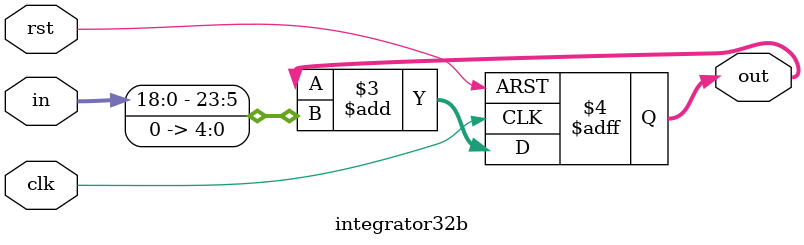
<source format=v>
`timescale 1ns / 1ps


module integrator32b(
    input wire clk,
    input wire rst,
    input wire [23:0] in,
    output reg [23:0] out
);
    reg [23:0] data;


    always @(posedge clk or posedge rst) begin
    	if (rst) begin
	        out<=0;
        end else begin
	        out<=out+(in<<5);
	end
    end
endmodule

</source>
